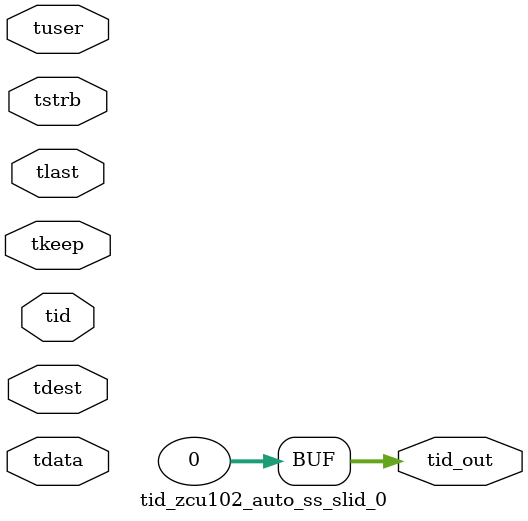
<source format=v>


`timescale 1ps/1ps

module tid_zcu102_auto_ss_slid_0 #
(
parameter C_S_AXIS_TID_WIDTH   = 1,
parameter C_S_AXIS_TUSER_WIDTH = 0,
parameter C_S_AXIS_TDATA_WIDTH = 0,
parameter C_S_AXIS_TDEST_WIDTH = 0,
parameter C_M_AXIS_TID_WIDTH   = 32
)
(
input  [(C_S_AXIS_TID_WIDTH   == 0 ? 1 : C_S_AXIS_TID_WIDTH)-1:0       ] tid,
input  [(C_S_AXIS_TDATA_WIDTH == 0 ? 1 : C_S_AXIS_TDATA_WIDTH)-1:0     ] tdata,
input  [(C_S_AXIS_TUSER_WIDTH == 0 ? 1 : C_S_AXIS_TUSER_WIDTH)-1:0     ] tuser,
input  [(C_S_AXIS_TDEST_WIDTH == 0 ? 1 : C_S_AXIS_TDEST_WIDTH)-1:0     ] tdest,
input  [(C_S_AXIS_TDATA_WIDTH/8)-1:0 ] tkeep,
input  [(C_S_AXIS_TDATA_WIDTH/8)-1:0 ] tstrb,
input                                                                    tlast,
output [(C_M_AXIS_TID_WIDTH   == 0 ? 1 : C_M_AXIS_TID_WIDTH)-1:0       ] tid_out
);

assign tid_out = {1'b0};

endmodule


</source>
